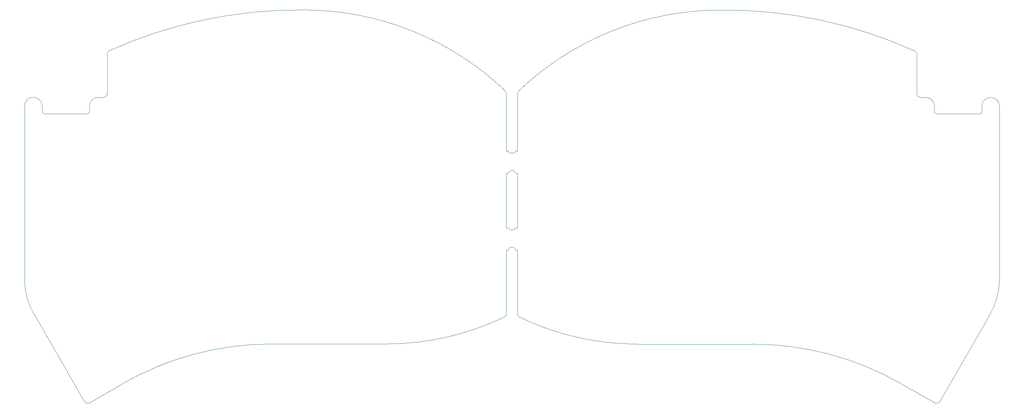
<source format=gbr>
%TF.GenerationSoftware,KiCad,Pcbnew,(6.0.11)*%
%TF.CreationDate,2023-02-07T21:41:21-05:00*%
%TF.ProjectId,main,6d61696e-2e6b-4696-9361-645f70636258,rev?*%
%TF.SameCoordinates,Original*%
%TF.FileFunction,Profile,NP*%
%FSLAX46Y46*%
G04 Gerber Fmt 4.6, Leading zero omitted, Abs format (unit mm)*
G04 Created by KiCad (PCBNEW (6.0.11)) date 2023-02-07 21:41:21*
%MOMM*%
%LPD*%
G01*
G04 APERTURE LIST*
%TA.AperFunction,Profile*%
%ADD10C,0.050000*%
%TD*%
G04 APERTURE END LIST*
D10*
X104136467Y-50987157D02*
G75*
G03*
X59977021Y-60313425I-873787J-105072263D01*
G01*
X152822600Y-83067800D02*
X152467000Y-83067800D01*
X152822600Y-88147800D02*
X152822600Y-100593800D01*
X248072496Y-74653878D02*
X257853340Y-74653274D01*
X257853340Y-74653246D02*
G75*
G03*
X258353346Y-74153273I260J499746D01*
G01*
X150282600Y-83093200D02*
X150638200Y-83093200D01*
X42755755Y-70871516D02*
G75*
G03*
X40755766Y-72871653I55J-2000044D01*
G01*
X262353643Y-72903499D02*
G75*
G03*
X260353658Y-70903357I-2000043J99D01*
G01*
X244322392Y-70903988D02*
X245572332Y-70903810D01*
X152822600Y-105673800D02*
X152492400Y-105673800D01*
X152822600Y-105673800D02*
X152822600Y-120278800D01*
X150286813Y-69997047D02*
X150282600Y-83093200D01*
X149877043Y-120913470D02*
G75*
G03*
X150286813Y-120246954I-336943J666370D01*
G01*
X122911423Y-127076887D02*
G75*
G03*
X149877020Y-120913424I-123J62070487D01*
G01*
X247572422Y-74153875D02*
G75*
G03*
X248072496Y-74653878I500078J75D01*
G01*
X54417968Y-140223849D02*
G75*
G03*
X55442501Y-140498360I649532J375049D01*
G01*
X150663600Y-100593800D02*
G75*
G03*
X152441600Y-100593800I889000J431677D01*
G01*
X150282600Y-100593800D02*
X150663600Y-100593800D01*
X240197632Y-136217794D02*
G75*
G03*
X206203786Y-127108727I-33993832J-58875706D01*
G01*
X62911789Y-136185961D02*
X55442501Y-140498360D01*
X59537020Y-60996186D02*
X59537020Y-70122141D01*
X150282600Y-105673800D02*
X150612800Y-105673800D01*
X55536916Y-74122029D02*
X55537097Y-72872097D01*
X58787021Y-70872120D02*
G75*
G03*
X59537020Y-70122141I-21J750020D01*
G01*
X258353346Y-74153273D02*
X258353522Y-72903348D01*
X247666912Y-140530206D02*
X240197624Y-136217807D01*
X44755891Y-72871502D02*
X44756067Y-74121427D01*
X150067024Y-69466423D02*
G75*
G03*
X104136467Y-50987156I-45930594J-47841077D01*
G01*
X153042388Y-69498268D02*
G75*
G03*
X152822600Y-70028893I530412J-530532D01*
G01*
X206203786Y-127108727D02*
X180197990Y-127108727D01*
X153232390Y-120945277D02*
G75*
G03*
X180197990Y-127108727I26965610J55906677D01*
G01*
X42865889Y-120215260D02*
X54417982Y-140223841D01*
X96905627Y-127076882D02*
G75*
G03*
X62911789Y-136185961I93J-67985068D01*
G01*
X260243516Y-120247101D02*
G75*
G03*
X262353900Y-112370642I-13641516J7876001D01*
G01*
X44755899Y-72871502D02*
G75*
G03*
X42755755Y-70871511I-2000039J-48D01*
G01*
X150282600Y-88147800D02*
X150282600Y-100593800D01*
X243572450Y-61028032D02*
G75*
G03*
X243132392Y-60345271I-749950J-168D01*
G01*
X150286780Y-69997047D02*
G75*
G03*
X150067022Y-69466425I-750380J47D01*
G01*
X40755516Y-112338796D02*
G75*
G03*
X42865889Y-120215260I15751704J-534D01*
G01*
X150282600Y-88147800D02*
X150638200Y-88147800D01*
X40755513Y-112338796D02*
X40755766Y-72871653D01*
X152822600Y-100593800D02*
X152441600Y-100593800D01*
X57537081Y-70871964D02*
X58787021Y-70872142D01*
X152822600Y-70028893D02*
X152822600Y-83067800D01*
X59977041Y-60313469D02*
G75*
G03*
X59537020Y-60996186I309959J-682931D01*
G01*
X198972946Y-51019007D02*
G75*
G03*
X153042391Y-69498271I54J-66320393D01*
G01*
X248691431Y-140255687D02*
X260243524Y-120247106D01*
X152492400Y-105673800D02*
G75*
G03*
X150612800Y-105673800I-939800J-330033D01*
G01*
X55036917Y-74622016D02*
G75*
G03*
X55536916Y-74122029I-17J500016D01*
G01*
X122911423Y-127076881D02*
X96905627Y-127076881D01*
X45256073Y-74621428D02*
X55036917Y-74622032D01*
X247666920Y-140530193D02*
G75*
G03*
X248691431Y-140255687I374980J649593D01*
G01*
X243132388Y-60345279D02*
G75*
G03*
X198972946Y-51019002I-43285688J-95746021D01*
G01*
X262353647Y-72903499D02*
X262353900Y-112370642D01*
X260353658Y-70903322D02*
G75*
G03*
X258353522Y-72903348I-58J-2000078D01*
G01*
X243572412Y-70153987D02*
G75*
G03*
X244322392Y-70903988I749988J-13D01*
G01*
X152467000Y-88147800D02*
G75*
G03*
X150638200Y-88147800I-914400J-380628D01*
G01*
X150286813Y-120246954D02*
X150282600Y-105673800D01*
X247572316Y-72903943D02*
X247572497Y-74153875D01*
X44756072Y-74121427D02*
G75*
G03*
X45256073Y-74621428I499828J-173D01*
G01*
X247572390Y-72903943D02*
G75*
G03*
X245572332Y-70903810I-2000190J-57D01*
G01*
X150638205Y-83093198D02*
G75*
G03*
X152467000Y-83067800I908895J408898D01*
G01*
X57537081Y-70871967D02*
G75*
G03*
X55537097Y-72872097I189J-2000173D01*
G01*
X152822569Y-120278800D02*
G75*
G03*
X153232393Y-120945270I746831J0D01*
G01*
X152822600Y-88147800D02*
X152467000Y-88147800D01*
X243572393Y-70153987D02*
X243572393Y-61028032D01*
M02*

</source>
